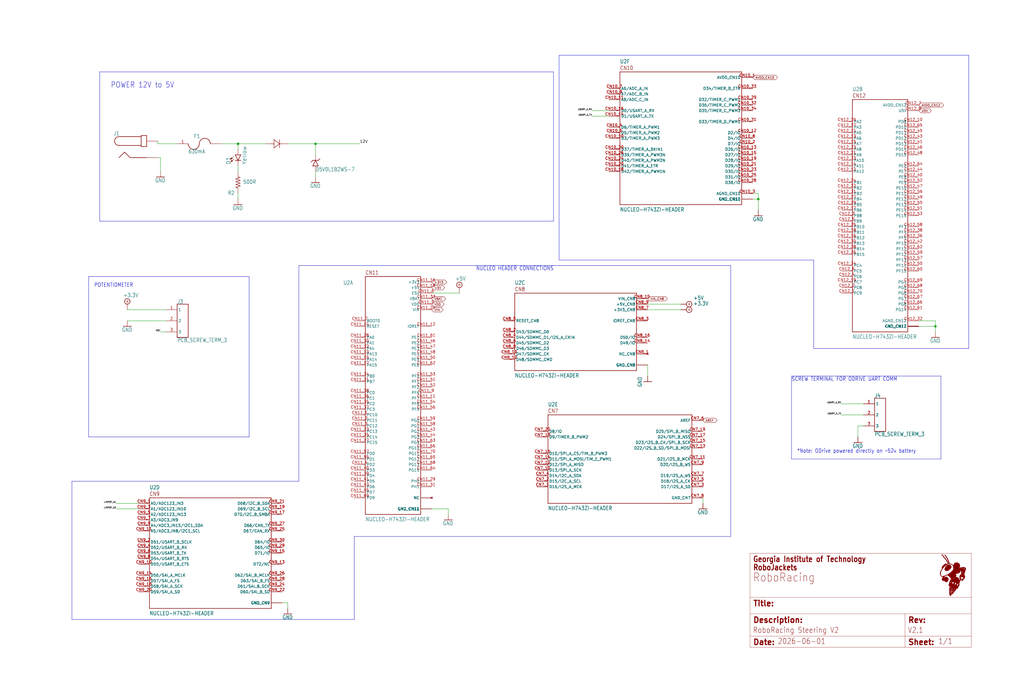
<source format=kicad_sch>
(kicad_sch (version 20230121) (generator eeschema)
  (paper "User" 469.9 317.83)
  (lib_symbols
    (symbol "SteeringV2-eagle-import:+3.3V" (power)
      (property "Value" "+3.3V" (at -1.905 3.175 0))
      (symbol "+3.3V_1_0"
        (pin power_in line (at 0 -2.54 90) (length 2.54) (name "+3.3V") (number "1"))
      )
    )
    (symbol "SteeringV2-eagle-import:+5V" (power)
      (property "Value" "+5V" (at -1.905 3.175 0))
      (symbol "+5V_1_0"
        (pin power_in line (at 0 -2.54 90) (length 2.54) (name "+5V") (number "1"))
      )
    )
    (symbol "SteeringV2-eagle-import:D5V0L1B2WS-7"
      (symbol "D5V0L1B2WS-7_1_0"
        (pin passive line (at 0 -5.08 90) (length 2.54) (name "A") (number "A"))
        (pin passive line (at 0 2.54 270) (length 2.54) (name "C") (number "C"))
      )
    )
    (symbol "SteeringV2-eagle-import:FRAME_11_17"
      (symbol "FRAME_11_17_1_0"
        (text "1" (at 23.9889 277.495 0) (effects (font (size 2.54 2.286))))
        (text "2" (at 71.9667 277.495 0) (effects (font (size 2.54 2.286))))
        (text "3" (at 119.9444 277.495 0) (effects (font (size 2.54 2.286))))
        (text "4" (at 167.9222 277.495 0) (effects (font (size 2.54 2.286))))
        (text "5" (at 215.9 277.495 0) (effects (font (size 2.54 2.286))))
        (text "6" (at 263.8778 277.495 0) (effects (font (size 2.54 2.286))))
        (text "7" (at 311.8556 277.495 0) (effects (font (size 2.54 2.286))))
        (text "8" (at 359.8333 277.495 0) (effects (font (size 2.54 2.286))))
        (text "9" (at 407.8111 277.495 0) (effects (font (size 2.54 2.286))))
        (text "A" (at 1.905 256.1167 0) (effects (font (size 2.54 2.286))))
        (text "A" (at 429.895 256.1167 0) (effects (font (size 2.54 2.286))))
        (text "B" (at 1.905 209.55 0) (effects (font (size 2.54 2.286))))
        (text "B" (at 429.895 209.55 0) (effects (font (size 2.54 2.286))))
        (text "C" (at 1.905 162.9833 0) (effects (font (size 2.54 2.286))))
        (text "C" (at 429.895 162.9833 0) (effects (font (size 2.54 2.286))))
        (text "D" (at 1.905 116.4167 0) (effects (font (size 2.54 2.286))))
        (text "D" (at 429.895 116.4167 0) (effects (font (size 2.54 2.286))))
        (text "E" (at 1.905 69.85 0) (effects (font (size 2.54 2.286))))
        (text "E" (at 429.895 69.85 0) (effects (font (size 2.54 2.286))))
        (text "F" (at 1.905 23.2833 0) (effects (font (size 2.54 2.286))))
        (text "F" (at 429.895 23.2833 0) (effects (font (size 2.54 2.286))))
      )
      (symbol "FRAME_11_17_2_0"
        (text "${#}/${##}" (at 86.36 1.27 0) (effects (font (size 2.54 2.159)) (justify left bottom)))
        (text "${CURRENT_DATE}" (at 12.7 1.27 0) (effects (font (size 2.54 2.159)) (justify left bottom)))
        (text "${PROJECTNAME}" (at 15.24 19.05 0) (effects (font (size 2.54 2.159)) (justify left bottom)))
        (text "${REVISION}" (at 72.39 6.35 0) (effects (font (size 2.54 2.159)) (justify left bottom)))
        (text "${SCH_DESC}" (at 1.27 6.35 0) (effects (font (size 2.54 2.159)) (justify left bottom)))
        (text "${TEAM}" (at 1.27 34.29 0) (effects (font (size 3.81 3.2385)) (justify left top)))
        (text "Date:" (at 1.27 3.81 0) (effects (font (size 2.54 2.54) (thickness 0.508) bold) (justify left top)))
        (text "Description:" (at 1.27 13.97 0) (effects (font (size 2.54 2.54) (thickness 0.508) bold) (justify left top)))
        (text "Georgia Institute of Technology" (at 1.27 41.91 0) (effects (font (size 2.54 2.159) (thickness 0.4318) bold) (justify left top)))
        (text "Rev:" (at 72.39 13.97 0) (effects (font (size 2.54 2.54) (thickness 0.508) bold) (justify left top)))
        (text "RoboJackets" (at 1.27 38.1 0) (effects (font (size 2.54 2.159) (thickness 0.4318) bold) (justify left top)))
        (text "Sheet:" (at 72.39 3.81 0) (effects (font (size 2.54 2.54) (thickness 0.508) bold) (justify left top)))
        (text "Title:" (at 1.27 21.59 0) (effects (font (size 2.54 2.54) (thickness 0.508) bold) (justify left top)))
      )
    )
    (symbol "SteeringV2-eagle-import:GND" (power)
      (property "Value" "GND" (at -2.54 -2.54 0))
      (symbol "GND_1_0"
        (pin power_in line (at 0 2.54 270) (length 2.54) (name "GND") (number "1"))
      )
    )
    (symbol "SteeringV2-eagle-import:LED-YELLOW0603"
      (property "Reference" "D" (at -3.429 -4.572 90))
      (symbol "LED-YELLOW0603_1_0"
        (pin passive line (at 0 2.54 270) (length 2.54) (name "A") (number "A"))
        (pin passive line (at 0 -5.08 90) (length 2.54) (name "C") (number "C"))
      )
    )
    (symbol "SteeringV2-eagle-import:LSM115JE3/TR13"
      (symbol "LSM115JE3/TR13_1_0"
        (pin passive line (at 10.16 0 180) (length 2.54) (name "1") (number "1"))
        (pin passive line (at 0 0 0) (length 2.54) (name "2") (number "2"))
      )
    )
    (symbol "SteeringV2-eagle-import:NUCLEO-H743ZI-HEADER"
      (property "Reference" "U" (at -27.94 34.29 0))
      (symbol "NUCLEO-H743ZI-HEADER_1_0"
        (text "CN11" (at -12.7 54.102 0) (effects (font (size 1.778 1.5113)) (justify left bottom)))
        (pin bidirectional line (at -17.78 -10.16 0) (length 5.08) (name "PC10") (number "CN11_1"))
        (pin no_connect line (at 17.78 -48.26 180) (length 5.08) (name "NC") (number "CN11_10"))
        (pin bidirectional line (at 17.78 -2.54 180) (length 5.08) (name "PF7") (number "CN11_11"))
        (pin bidirectional line (at 17.78 30.48 180) (length 5.08) (name "IOREF") (number "CN11_12"))
        (pin bidirectional line (at -17.78 17.78 0) (length 5.08) (name "PA13") (number "CN11_13"))
        (pin bidirectional line (at -17.78 30.48 0) (length 5.08) (name "RESET") (number "CN11_14"))
        (pin bidirectional line (at -17.78 15.24 0) (length 5.08) (name "PA14") (number "CN11_15"))
        (pin power_in line (at 17.78 50.8 180) (length 5.08) (name "+3V3") (number "CN11_16"))
        (pin bidirectional line (at -17.78 12.7 0) (length 5.08) (name "PA15") (number "CN11_17"))
        (pin power_in line (at 17.78 48.26 180) (length 5.08) (name "+5V") (number "CN11_18"))
        (pin power_in line (at 17.78 -53.34 180) (length 5.08) (name "GND_CN11") (number "CN11_19"))
        (pin bidirectional line (at -17.78 -12.7 0) (length 5.08) (name "PC11") (number "CN11_2"))
        (pin power_in line (at 17.78 -53.34 180) (length 5.08) (name "GND_CN11") (number "CN11_20"))
        (pin bidirectional line (at -17.78 5.08 0) (length 5.08) (name "PB7") (number "CN11_21"))
        (pin power_in line (at 17.78 -53.34 180) (length 5.08) (name "GND_CN11") (number "CN11_22"))
        (pin bidirectional line (at -17.78 -17.78 0) (length 5.08) (name "PC13") (number "CN11_23"))
        (pin power_in line (at 17.78 38.1 180) (length 5.08) (name "VIN") (number "CN11_24"))
        (pin bidirectional line (at -17.78 -20.32 0) (length 5.08) (name "PC14") (number "CN11_25"))
        (pin no_connect line (at 17.78 -48.26 180) (length 5.08) (name "NC") (number "CN11_26"))
        (pin bidirectional line (at -17.78 -22.86 0) (length 5.08) (name "PC15") (number "CN11_27"))
        (pin bidirectional line (at -17.78 25.4 0) (length 5.08) (name "PA0") (number "CN11_28"))
        (pin bidirectional line (at 17.78 -40.64 180) (length 5.08) (name "PH0") (number "CN11_29"))
        (pin bidirectional line (at -17.78 -15.24 0) (length 5.08) (name "PC12") (number "CN11_3"))
        (pin bidirectional line (at -17.78 22.86 0) (length 5.08) (name "PA1") (number "CN11_30"))
        (pin bidirectional line (at 17.78 -43.18 180) (length 5.08) (name "PH1") (number "CN11_31"))
        (pin bidirectional line (at -17.78 20.32 0) (length 5.08) (name "PA4") (number "CN11_32"))
        (pin power_in line (at 17.78 43.18 180) (length 5.08) (name "VBAT") (number "CN11_33"))
        (pin bidirectional line (at -17.78 7.62 0) (length 5.08) (name "PB0") (number "CN11_34"))
        (pin bidirectional line (at -17.78 -5.08 0) (length 5.08) (name "PC2") (number "CN11_35"))
        (pin bidirectional line (at -17.78 -2.54 0) (length 5.08) (name "PC1") (number "CN11_36"))
        (pin bidirectional line (at -17.78 -7.62 0) (length 5.08) (name "PC3") (number "CN11_37"))
        (pin bidirectional line (at -17.78 0 0) (length 5.08) (name "PC0") (number "CN11_38"))
        (pin bidirectional line (at -17.78 -38.1 0) (length 5.08) (name "PD4") (number "CN11_39"))
        (pin bidirectional line (at -17.78 -33.02 0) (length 5.08) (name "PD2") (number "CN11_4"))
        (pin bidirectional line (at -17.78 -35.56 0) (length 5.08) (name "PD3") (number "CN11_40"))
        (pin bidirectional line (at -17.78 -40.64 0) (length 5.08) (name "PD5") (number "CN11_41"))
        (pin bidirectional line (at 17.78 -17.78 180) (length 5.08) (name "PG2") (number "CN11_42"))
        (pin bidirectional line (at -17.78 -43.18 0) (length 5.08) (name "PD6") (number "CN11_43"))
        (pin bidirectional line (at 17.78 -20.32 180) (length 5.08) (name "PG3") (number "CN11_44"))
        (pin bidirectional line (at -17.78 -45.72 0) (length 5.08) (name "PD7") (number "CN11_45"))
        (pin bidirectional line (at 17.78 22.86 180) (length 5.08) (name "PE2") (number "CN11_46"))
        (pin bidirectional line (at 17.78 20.32 180) (length 5.08) (name "PE3") (number "CN11_47"))
        (pin bidirectional line (at 17.78 17.78 180) (length 5.08) (name "PE4") (number "CN11_48"))
        (pin power_in line (at 17.78 -53.34 180) (length 5.08) (name "GND_CN11") (number "CN11_49"))
        (pin power_in line (at 17.78 40.64 180) (length 5.08) (name "VDD") (number "CN11_5"))
        (pin bidirectional line (at 17.78 15.24 180) (length 5.08) (name "PE5") (number "CN11_50"))
        (pin bidirectional line (at 17.78 5.08 180) (length 5.08) (name "PF1") (number "CN11_51"))
        (pin bidirectional line (at 17.78 2.54 180) (length 5.08) (name "PF2") (number "CN11_52"))
        (pin bidirectional line (at 17.78 7.62 180) (length 5.08) (name "PF0") (number "CN11_53"))
        (pin bidirectional line (at 17.78 -5.08 180) (length 5.08) (name "PF8") (number "CN11_54"))
        (pin bidirectional line (at -17.78 -30.48 0) (length 5.08) (name "PD1") (number "CN11_55"))
        (pin bidirectional line (at 17.78 -7.62 180) (length 5.08) (name "PF9") (number "CN11_56"))
        (pin bidirectional line (at -17.78 -27.94 0) (length 5.08) (name "PD0") (number "CN11_57"))
        (pin bidirectional line (at 17.78 -15.24 180) (length 5.08) (name "PG1") (number "CN11_58"))
        (pin bidirectional line (at 17.78 -12.7 180) (length 5.08) (name "PG0") (number "CN11_59"))
        (pin power_in line (at 17.78 45.72 180) (length 5.08) (name "E5V") (number "CN11_6"))
        (pin power_in line (at 17.78 -53.34 180) (length 5.08) (name "GND_CN11") (number "CN11_60"))
        (pin bidirectional line (at 17.78 25.4 180) (length 5.08) (name "PE1") (number "CN11_61"))
        (pin bidirectional line (at 17.78 12.7 180) (length 5.08) (name "PE6") (number "CN11_62"))
        (pin bidirectional line (at 17.78 -22.86 180) (length 5.08) (name "PG9") (number "CN11_63"))
        (pin bidirectional line (at 17.78 -35.56 180) (length 5.08) (name "PG15") (number "CN11_64"))
        (pin bidirectional line (at 17.78 -30.48 180) (length 5.08) (name "PG12") (number "CN11_65"))
        (pin bidirectional line (at 17.78 -25.4 180) (length 5.08) (name "PG10") (number "CN11_66"))
        (pin no_connect line (at 17.78 -48.26 180) (length 5.08) (name "NC") (number "CN11_67"))
        (pin bidirectional line (at 17.78 -33.02 180) (length 5.08) (name "PG13") (number "CN11_68"))
        (pin bidirectional line (at -17.78 -48.26 0) (length 5.08) (name "PD9") (number "CN11_69"))
        (pin bidirectional line (at -17.78 33.02 0) (length 5.08) (name "BOOT0") (number "CN11_7"))
        (pin bidirectional line (at 17.78 -27.94 180) (length 5.08) (name "PG11") (number "CN11_70"))
        (pin power_in line (at 17.78 -53.34 180) (length 5.08) (name "GND_CN11") (number "CN11_71"))
        (pin power_in line (at 17.78 -53.34 180) (length 5.08) (name "GND_CN11") (number "CN11_72"))
        (pin power_in line (at 17.78 -53.34 180) (length 5.08) (name "GND_CN11") (number "CN11_8"))
        (pin bidirectional line (at 17.78 0 180) (length 5.08) (name "PF6") (number "CN11_9"))
      )
      (symbol "NUCLEO-H743ZI-HEADER_2_0"
        (text "CN12" (at -12.7 54.102 0) (effects (font (size 1.778 1.5113)) (justify left bottom)))
        (pin bidirectional line (at -17.78 -35.56 0) (length 5.08) (name "PC9") (number "CN12_1"))
        (pin bidirectional line (at 17.78 43.18 180) (length 5.08) (name "PD8") (number "CN12_10"))
        (pin bidirectional line (at -17.78 38.1 0) (length 5.08) (name "PA5") (number "CN12_11"))
        (pin bidirectional line (at -17.78 20.32 0) (length 5.08) (name "PA12") (number "CN12_12"))
        (pin bidirectional line (at -17.78 35.56 0) (length 5.08) (name "PA6") (number "CN12_13"))
        (pin bidirectional line (at -17.78 22.86 0) (length 5.08) (name "PA11") (number "CN12_14"))
        (pin bidirectional line (at -17.78 33.02 0) (length 5.08) (name "PA7") (number "CN12_15"))
        (pin bidirectional line (at -17.78 -10.16 0) (length 5.08) (name "PB12") (number "CN12_16"))
        (pin bidirectional line (at -17.78 2.54 0) (length 5.08) (name "PB6") (number "CN12_17"))
        (pin bidirectional line (at -17.78 -7.62 0) (length 5.08) (name "PB11") (number "CN12_18"))
        (pin bidirectional line (at -17.78 -30.48 0) (length 5.08) (name "PC7") (number "CN12_19"))
        (pin bidirectional line (at -17.78 -33.02 0) (length 5.08) (name "PC8") (number "CN12_2"))
        (pin power_in line (at 17.78 -50.8 180) (length 5.08) (name "GND_CN12") (number "CN12_20"))
        (pin bidirectional line (at -17.78 27.94 0) (length 5.08) (name "PA9") (number "CN12_21"))
        (pin bidirectional line (at -17.78 12.7 0) (length 5.08) (name "PB2") (number "CN12_22"))
        (pin bidirectional line (at -17.78 30.48 0) (length 5.08) (name "PA8") (number "CN12_23"))
        (pin bidirectional line (at -17.78 15.24 0) (length 5.08) (name "PB1") (number "CN12_24"))
        (pin bidirectional line (at -17.78 -5.08 0) (length 5.08) (name "PB10") (number "CN12_25"))
        (pin bidirectional line (at -17.78 -17.78 0) (length 5.08) (name "PB15") (number "CN12_26"))
        (pin bidirectional line (at -17.78 7.62 0) (length 5.08) (name "PB4") (number "CN12_27"))
        (pin bidirectional line (at -17.78 -15.24 0) (length 5.08) (name "PB14") (number "CN12_28"))
        (pin bidirectional line (at -17.78 5.08 0) (length 5.08) (name "PB5") (number "CN12_29"))
        (pin bidirectional line (at -17.78 0 0) (length 5.08) (name "PB8") (number "CN12_3"))
        (pin bidirectional line (at -17.78 -12.7 0) (length 5.08) (name "PB13") (number "CN12_30"))
        (pin bidirectional line (at -17.78 10.16 0) (length 5.08) (name "PB3") (number "CN12_31"))
        (pin power_in line (at 17.78 -48.26 180) (length 5.08) (name "AGND_CN12") (number "CN12_32"))
        (pin bidirectional line (at -17.78 25.4 0) (length 5.08) (name "PA10") (number "CN12_33"))
        (pin bidirectional line (at -17.78 -22.86 0) (length 5.08) (name "PC4") (number "CN12_34"))
        (pin bidirectional line (at -17.78 43.18 0) (length 5.08) (name "PA2") (number "CN12_35"))
        (pin bidirectional line (at 17.78 -10.16 180) (length 5.08) (name "PF5") (number "CN12_36"))
        (pin bidirectional line (at -17.78 40.64 0) (length 5.08) (name "PA3") (number "CN12_37"))
        (pin bidirectional line (at 17.78 -7.62 180) (length 5.08) (name "PF4") (number "CN12_38"))
        (pin power_in line (at 17.78 -50.8 180) (length 5.08) (name "GND_CN12") (number "CN12_39"))
        (pin bidirectional line (at -17.78 -27.94 0) (length 5.08) (name "PC6") (number "CN12_4"))
        (pin bidirectional line (at 17.78 17.78 180) (length 5.08) (name "PE8") (number "CN12_40"))
        (pin bidirectional line (at 17.78 33.02 180) (length 5.08) (name "PD13") (number "CN12_41"))
        (pin bidirectional line (at 17.78 -12.7 180) (length 5.08) (name "PF10") (number "CN12_42"))
        (pin bidirectional line (at 17.78 35.56 180) (length 5.08) (name "PD12") (number "CN12_43"))
        (pin bidirectional line (at 17.78 20.32 180) (length 5.08) (name "PE7") (number "CN12_44"))
        (pin bidirectional line (at 17.78 38.1 180) (length 5.08) (name "PD11") (number "CN12_45"))
        (pin bidirectional line (at 17.78 30.48 180) (length 5.08) (name "PD14") (number "CN12_46"))
        (pin bidirectional line (at 17.78 12.7 180) (length 5.08) (name "PE10") (number "CN12_47"))
        (pin bidirectional line (at 17.78 27.94 180) (length 5.08) (name "PD15") (number "CN12_48"))
        (pin bidirectional line (at 17.78 7.62 180) (length 5.08) (name "PE12") (number "CN12_49"))
        (pin bidirectional line (at -17.78 -2.54 0) (length 5.08) (name "PB9") (number "CN12_5"))
        (pin bidirectional line (at 17.78 -22.86 180) (length 5.08) (name "PF14") (number "CN12_50"))
        (pin bidirectional line (at 17.78 2.54 180) (length 5.08) (name "PE14") (number "CN12_51"))
        (pin bidirectional line (at 17.78 15.24 180) (length 5.08) (name "PE9") (number "CN12_52"))
        (pin bidirectional line (at 17.78 0 180) (length 5.08) (name "PE15") (number "CN12_53"))
        (pin power_in line (at 17.78 -50.8 180) (length 5.08) (name "GND_CN12") (number "CN12_54"))
        (pin bidirectional line (at 17.78 5.08 180) (length 5.08) (name "PE13") (number "CN12_55"))
        (pin bidirectional line (at 17.78 10.16 180) (length 5.08) (name "PE11") (number "CN12_56"))
        (pin bidirectional line (at 17.78 -20.32 180) (length 5.08) (name "PF13") (number "CN12_57"))
        (pin bidirectional line (at 17.78 -5.08 180) (length 5.08) (name "PF3") (number "CN12_58"))
        (pin bidirectional line (at 17.78 -17.78 180) (length 5.08) (name "PF12") (number "CN12_59"))
        (pin bidirectional line (at -17.78 -25.4 0) (length 5.08) (name "PC5") (number "CN12_6"))
        (pin bidirectional line (at 17.78 -25.4 180) (length 5.08) (name "PF15") (number "CN12_60"))
        (pin bidirectional line (at 17.78 -43.18 180) (length 5.08) (name "PG14") (number "CN12_61"))
        (pin bidirectional line (at 17.78 -15.24 180) (length 5.08) (name "PF11") (number "CN12_62"))
        (pin power_in line (at 17.78 -50.8 180) (length 5.08) (name "GND_CN12") (number "CN12_63"))
        (pin bidirectional line (at 17.78 22.86 180) (length 5.08) (name "PE0") (number "CN12_64"))
        (pin bidirectional line (at 17.78 40.64 180) (length 5.08) (name "PD10") (number "CN12_65"))
        (pin bidirectional line (at 17.78 -40.64 180) (length 5.08) (name "PG8") (number "CN12_66"))
        (pin bidirectional line (at 17.78 -38.1 180) (length 5.08) (name "PG7") (number "CN12_67"))
        (pin bidirectional line (at 17.78 -33.02 180) (length 5.08) (name "PG5") (number "CN12_68"))
        (pin bidirectional line (at 17.78 -30.48 180) (length 5.08) (name "PG4") (number "CN12_69"))
        (pin power_in line (at 17.78 50.8 180) (length 5.08) (name "AVDD_CN12") (number "CN12_7"))
        (pin bidirectional line (at 17.78 -35.56 180) (length 5.08) (name "PG6") (number "CN12_70"))
        (pin power_in line (at 17.78 -50.8 180) (length 5.08) (name "GND_CN12") (number "CN12_71"))
        (pin power_in line (at 17.78 -50.8 180) (length 5.08) (name "GND_CN12") (number "CN12_72"))
        (pin power_in line (at 17.78 48.26 180) (length 5.08) (name "U5V") (number "CN12_8"))
        (pin power_in line (at 17.78 -50.8 180) (length 5.08) (name "GND_CN12") (number "CN12_9"))
      )
      (symbol "NUCLEO-H743ZI-HEADER_3_0"
        (text "CN8" (at -27.94 18.542 0) (effects (font (size 1.778 1.5113)) (justify left bottom)))
        (pin no_connect line (at 33.02 -10.16 180) (length 5.08) (name "NC_CN8") (number "CN8_1"))
        (pin bidirectional line (at -33.02 -10.16 0) (length 5.08) (name "D47/SDMMC_CK") (number "CN8_10"))
        (pin power_in line (at 33.02 -15.24 180) (length 5.08) (name "GND_CN8") (number "CN8_11"))
        (pin bidirectional line (at -33.02 -12.7 0) (length 5.08) (name "D48/SDMMC_CMD") (number "CN8_12"))
        (pin power_in line (at 33.02 -15.24 180) (length 5.08) (name "GND_CN8") (number "CN8_13"))
        (pin bidirectional line (at 33.02 -5.08 180) (length 5.08) (name "D49/IO") (number "CN8_14"))
        (pin power_in line (at 33.02 15.24 180) (length 5.08) (name "VIN_CN8") (number "CN8_15"))
        (pin bidirectional line (at 33.02 -2.54 180) (length 5.08) (name "D50/IO") (number "CN8_16"))
        (pin bidirectional line (at -33.02 0 0) (length 5.08) (name "D43/SDMMC_D0") (number "CN8_2"))
        (pin bidirectional line (at 33.02 5.08 180) (length 5.08) (name "IOREF_CN8") (number "CN8_3"))
        (pin bidirectional line (at -33.02 -2.54 0) (length 5.08) (name "D44/SDMMC_D1/I2S_A_CKIN") (number "CN8_4"))
        (pin bidirectional line (at -33.02 5.08 0) (length 5.08) (name "RESET_CN8") (number "CN8_5"))
        (pin bidirectional line (at -33.02 -5.08 0) (length 5.08) (name "D45/SDMMC_D2") (number "CN8_6"))
        (pin power_in line (at 33.02 10.16 180) (length 5.08) (name "+3V3_CN8") (number "CN8_7"))
        (pin bidirectional line (at -33.02 -7.62 0) (length 5.08) (name "D46/SDMMC_D3") (number "CN8_8"))
        (pin power_in line (at 33.02 12.7 180) (length 5.08) (name "+5V_CN8") (number "CN8_9"))
      )
      (symbol "NUCLEO-H743ZI-HEADER_4_0"
        (text "CN9" (at -27.94 26.162 0) (effects (font (size 1.778 1.5113)) (justify left bottom)))
        (pin input line (at -33.02 22.86 0) (length 5.08) (name "A0/ADC123_IN3") (number "CN9_1"))
        (pin bidirectional line (at -33.02 -5.08 0) (length 5.08) (name "D55/USART_B_CTS") (number "CN9_10"))
        (pin input line (at -33.02 10.16 0) (length 5.08) (name "A5/ADC3_IN8/I2C1_SCL") (number "CN9_11"))
        (pin power_in line (at 33.02 -22.86 180) (length 5.08) (name "GND_CN9") (number "CN9_12"))
        (pin bidirectional line (at 33.02 -5.08 180) (length 5.08) (name "D72/NC") (number "CN9_13"))
        (pin bidirectional line (at -33.02 -10.16 0) (length 5.08) (name "D56/SAI_A_MCLK") (number "CN9_14"))
        (pin bidirectional line (at 33.02 0 180) (length 5.08) (name "D71/IO") (number "CN9_15"))
        (pin bidirectional line (at -33.02 -12.7 0) (length 5.08) (name "D57/SAI_A_FS") (number "CN9_16"))
        (pin bidirectional line (at 33.02 17.78 180) (length 5.08) (name "D70/I2C_B_SMBA") (number "CN9_17"))
        (pin bidirectional line (at -33.02 -15.24 0) (length 5.08) (name "D58/SAI_A_SCK") (number "CN9_18"))
        (pin bidirectional line (at 33.02 20.32 180) (length 5.08) (name "D69/I2C_B_SCL") (number "CN9_19"))
        (pin bidirectional line (at -33.02 5.08 0) (length 5.08) (name "D51/USART_B_SCLK") (number "CN9_2"))
        (pin bidirectional line (at -33.02 -17.78 0) (length 5.08) (name "D59/SAI_A_SD") (number "CN9_20"))
        (pin bidirectional line (at 33.02 22.86 180) (length 5.08) (name "D68/I2C_B_SDA") (number "CN9_21"))
        (pin bidirectional line (at 33.02 -17.78 180) (length 5.08) (name "D60/SAI_B_SD") (number "CN9_22"))
        (pin power_in line (at 33.02 -22.86 180) (length 5.08) (name "GND_CN9") (number "CN9_23"))
        (pin bidirectional line (at 33.02 -15.24 180) (length 5.08) (name "D61/SAI_B_SCK") (number "CN9_24"))
        (pin input line (at 33.02 10.16 180) (length 5.08) (name "D67/CAN_RX") (number "CN9_25"))
        (pin bidirectional line (at 33.02 -10.16 180) (length 5.08) (name "D62/SAI_B_MCLK") (number "CN9_26"))
        (pin output line (at 33.02 12.7 180) (length 5.08) (name "D66/CAN_TX") (number "CN9_27"))
        (pin bidirectional line (at 33.02 -12.7 180) (length 5.08) (name "D63/SAI_B_FS") (number "CN9_28"))
        (pin bidirectional line (at 33.02 2.54 180) (length 5.08) (name "D65/IO") (number "CN9_29"))
        (pin input line (at -33.02 20.32 0) (length 5.08) (name "A1/ADC123_IN10") (number "CN9_3"))
        (pin bidirectional line (at 33.02 5.08 180) (length 5.08) (name "D64/IO") (number "CN9_30"))
        (pin bidirectional line (at -33.02 2.54 0) (length 5.08) (name "D52/USART_B_RX") (number "CN9_4"))
        (pin input line (at -33.02 17.78 0) (length 5.08) (name "A2/ADC123_IN13") (number "CN9_5"))
        (pin bidirectional line (at -33.02 0 0) (length 5.08) (name "D53/USART_B_TX") (number "CN9_6"))
        (pin input line (at -33.02 15.24 0) (length 5.08) (name "A3/ADC3_IN9") (number "CN9_7"))
        (pin bidirectional line (at -33.02 -2.54 0) (length 5.08) (name "D54/USART_B_RTS") (number "CN9_8"))
        (pin input line (at -33.02 12.7 0) (length 5.08) (name "A4/ADC3_IN15/I2C1_SDA") (number "CN9_9"))
      )
      (symbol "NUCLEO-H743ZI-HEADER_5_0"
        (text "CN7" (at -33.02 21.082 0) (effects (font (size 1.778 1.5113)) (justify left bottom)))
        (pin bidirectional line (at -38.1 -12.7 0) (length 5.08) (name "D16/I2S_A_MCK") (number "CN7_1"))
        (pin bidirectional line (at -38.1 -5.08 0) (length 5.08) (name "D13/SPI_A_SCK") (number "CN7_10"))
        (pin bidirectional line (at 38.1 0 180) (length 5.08) (name "D21/I2S_B_MCK") (number "CN7_11"))
        (pin bidirectional line (at -38.1 -2.54 0) (length 5.08) (name "D12/SPI_A_MISO") (number "CN7_12"))
        (pin bidirectional line (at 38.1 5.08 180) (length 5.08) (name "D22/I2S_B_SD/SPI_B_MOSI") (number "CN7_13"))
        (pin bidirectional line (at -38.1 0 0) (length 5.08) (name "D11/SPI_A_MOSI/TIM_E_PWM1") (number "CN7_14"))
        (pin bidirectional line (at 38.1 7.62 180) (length 5.08) (name "D23/I2S_B_CK/SPI_B_SCK") (number "CN7_15"))
        (pin bidirectional line (at -38.1 2.54 0) (length 5.08) (name "D10/SPI_A_CS/TIM_B_PWM3") (number "CN7_16"))
        (pin bidirectional line (at 38.1 10.16 180) (length 5.08) (name "D24/SPI_B_NSS") (number "CN7_17"))
        (pin bidirectional line (at -38.1 10.16 0) (length 5.08) (name "D9/TIMER_B_PWM2") (number "CN7_18"))
        (pin bidirectional line (at 38.1 12.7 180) (length 5.08) (name "D25/SPI_B_MISO") (number "CN7_19"))
        (pin bidirectional line (at -38.1 -10.16 0) (length 5.08) (name "D15/I2C_A_SCL") (number "CN7_2"))
        (pin bidirectional line (at -38.1 12.7 0) (length 5.08) (name "D8/IO") (number "CN7_20"))
        (pin bidirectional line (at 38.1 -12.7 180) (length 5.08) (name "D17/I2S_A_SD") (number "CN7_3"))
        (pin bidirectional line (at -38.1 -7.62 0) (length 5.08) (name "D14/I2C_A_SDA") (number "CN7_4"))
        (pin bidirectional line (at 38.1 -10.16 180) (length 5.08) (name "D18/I2S_A_CK") (number "CN7_5"))
        (pin power_in line (at 38.1 17.78 180) (length 5.08) (name "AREF") (number "CN7_6"))
        (pin bidirectional line (at 38.1 -7.62 180) (length 5.08) (name "D19/I2S_A_WS") (number "CN7_7"))
        (pin power_in line (at 38.1 -17.78 180) (length 5.08) (name "GND_CN7") (number "CN7_8"))
        (pin bidirectional line (at 38.1 -2.54 180) (length 5.08) (name "D20/I2S_B_WS") (number "CN7_9"))
      )
      (symbol "NUCLEO-H743ZI-HEADER_6_0"
        (text "CN10" (at -27.94 31.242 0) (effects (font (size 1.778 1.5113)) (justify left bottom)))
        (pin power_in line (at 33.02 27.94 180) (length 5.08) (name "AVDD_CN10") (number "CN10_1"))
        (pin bidirectional line (at -33.02 0 0) (length 5.08) (name "D3/TIMER_A_PWM3") (number "CN10_10"))
        (pin input line (at -33.02 17.78 0) (length 5.08) (name "A8/ADC_C_IN") (number "CN10_11"))
        (pin bidirectional line (at 33.02 2.54 180) (length 5.08) (name "D2/IO") (number "CN10_12"))
        (pin bidirectional line (at 33.02 -5.08 180) (length 5.08) (name "D26/IO") (number "CN10_13"))
        (pin output line (at -33.02 10.16 0) (length 5.08) (name "D1/USART_A_TX") (number "CN10_14"))
        (pin bidirectional line (at 33.02 -7.62 180) (length 5.08) (name "D27/IO") (number "CN10_15"))
        (pin input line (at -33.02 12.7 0) (length 5.08) (name "D0/USART_A_RX") (number "CN10_16"))
        (pin power_in line (at 33.02 -27.94 180) (length 5.08) (name "GND_CN10") (number "CN10_17"))
        (pin bidirectional line (at -33.02 -15.24 0) (length 5.08) (name "D42/TIMER_A_PWM1N") (number "CN10_18"))
        (pin bidirectional line (at 33.02 -10.16 180) (length 5.08) (name "D28/IO") (number "CN10_19"))
        (pin bidirectional line (at 33.02 -2.54 180) (length 5.08) (name "D7/IO") (number "CN10_2"))
        (pin bidirectional line (at -33.02 -12.7 0) (length 5.08) (name "D41/TIMER_A_ETR") (number "CN10_20"))
        (pin bidirectional line (at 33.02 -12.7 180) (length 5.08) (name "D29/IO") (number "CN10_21"))
        (pin power_in line (at 33.02 -27.94 180) (length 5.08) (name "GND_CN10") (number "CN10_22"))
        (pin bidirectional line (at 33.02 -15.24 180) (length 5.08) (name "D30/IO") (number "CN10_23"))
        (pin bidirectional line (at -33.02 -10.16 0) (length 5.08) (name "D40/TIMER_A_PWM2N") (number "CN10_24"))
        (pin bidirectional line (at 33.02 -17.78 180) (length 5.08) (name "D31/IO") (number "CN10_25"))
        (pin bidirectional line (at -33.02 -7.62 0) (length 5.08) (name "D39/TIMER_A_PWM3N") (number "CN10_26"))
        (pin power_in line (at 33.02 -27.94 180) (length 5.08) (name "GND_CN10") (number "CN10_27"))
        (pin bidirectional line (at 33.02 -20.32 180) (length 5.08) (name "D38/IO") (number "CN10_28"))
        (pin bidirectional line (at 33.02 17.78 180) (length 5.08) (name "D32/TIMER_C_PWM1") (number "CN10_29"))
        (pin power_in line (at 33.02 -25.4 180) (length 5.08) (name "AGND_CN10") (number "CN10_3"))
        (pin bidirectional line (at -33.02 -5.08 0) (length 5.08) (name "D37/TIMER_A_BKIN1") (number "CN10_30"))
        (pin bidirectional line (at 33.02 7.62 180) (length 5.08) (name "D33/TIMER_D_PWM1") (number "CN10_31"))
        (pin bidirectional line (at 33.02 15.24 180) (length 5.08) (name "D36/TIMER_C_PWM2") (number "CN10_32"))
        (pin bidirectional line (at 33.02 22.86 180) (length 5.08) (name "D34/TIMER_B_ETR") (number "CN10_33"))
        (pin bidirectional line (at 33.02 12.7 180) (length 5.08) (name "D35/TIMER_C_PWM3") (number "CN10_34"))
        (pin bidirectional line (at -33.02 5.08 0) (length 5.08) (name "D6/TIMER_A_PWM1") (number "CN10_4"))
        (pin power_in line (at 33.02 -27.94 180) (length 5.08) (name "GND_CN10") (number "CN10_5"))
        (pin bidirectional line (at -33.02 2.54 0) (length 5.08) (name "D5/TIMER_A_PWM2") (number "CN10_6"))
        (pin input line (at -33.02 22.86 0) (length 5.08) (name "A6/ADC_A_IN") (number "CN10_7"))
        (pin bidirectional line (at 33.02 0 180) (length 5.08) (name "D4/IO") (number "CN10_8"))
        (pin input line (at -33.02 20.32 0) (length 5.08) (name "A7/ADC_B_IN") (number "CN10_9"))
      )
    )
    (symbol "SteeringV2-eagle-import:PCB_SCREW_TERM_3"
      (property "Reference" "J" (at -2.54 7.874 0))
      (symbol "PCB_SCREW_TERM_3_1_0"
        (pin passive line (at -7.62 5.08 0) (length 5.08) (name "1") (number "1"))
        (pin passive line (at -7.62 0 0) (length 5.08) (name "2") (number "2"))
        (pin passive line (at -7.62 -5.08 0) (length 5.08) (name "3") (number "3"))
      )
    )
    (symbol "SteeringV2-eagle-import:PJ-037A"
      (property "Reference" "J" (at -10.16 7.62 0))
      (symbol "PJ-037A_1_0"
        (pin bidirectional line (at 10.16 -2.54 180) (length 5.08) (name "2") (number "P$1"))
        (pin bidirectional line (at 10.16 5.08 180) (length 5.08) (name "1") (number "P$2"))
      )
    )
    (symbol "SteeringV2-eagle-import:R-US_R0603"
      (property "Reference" "R" (at -3.81 1.4986 0))
      (symbol "R-US_R0603_1_0"
        (pin passive line (at -5.08 0 0) (length 2.54) (name "1") (number "1"))
        (pin passive line (at 5.08 0 180) (length 2.54) (name "2") (number "2"))
      )
    )
    (symbol "SteeringV2-eagle-import:SMD_FUSE0603"
      (property "Reference" "F" (at -10.16 2.54 0))
      (symbol "SMD_FUSE0603_1_0"
        (pin passive line (at -10.16 0 0) (length 5.08) (name "1") (number "1"))
        (pin passive line (at 10.16 0 180) (length 5.08) (name "2") (number "2"))
      )
    )
  )
  (junction (at 144.78 66.04))
  (junction (at 347.98 91.44))
  (junction (at 429.26 149.86))
  (junction (at 109.22 66.04))
  (wire (pts (xy 429.26 149.86) (xy 429.26 152.4)) (stroke (width 0.1524)))
  (wire (pts (xy 76.2 152.4) (xy 73.66 152.4)) (stroke (width 0.1524)))
  (wire (pts (xy 109.22 76.2) (xy 109.22 78.74)) (stroke (width 0.1524)))
  (polyline (pts (xy 137.16 121.92) (xy 137.16 220.98)) (stroke (width 0.1524) (type solid)))
  (wire (pts (xy 63.5 231.14) (xy 53.34 231.14)) (stroke (width 0.1524)))
  (wire (pts (xy 144.78 78.74) (xy 144.78 81.28)) (stroke (width 0.1524)))
  (wire (pts (xy 345.44 91.44) (xy 347.98 91.44)) (stroke (width 0.1524)))
  (polyline (pts (xy 162.56 246.38) (xy 335.28 246.38)) (stroke (width 0.1524) (type solid)))
  (polyline (pts (xy 431.8 172.72) (xy 363.22 172.72)) (stroke (width 0.1524) (type solid)))
  (wire (pts (xy 279.4 53.34) (xy 271.78 53.34)) (stroke (width 0.1524)))
  (wire (pts (xy 347.98 91.44) (xy 347.98 96.52)) (stroke (width 0.1524)))
  (wire (pts (xy 109.22 66.04) (xy 121.92 66.04)) (stroke (width 0.1524)))
  (wire (pts (xy 198.12 233.68) (xy 205.74 233.68)) (stroke (width 0.1524)))
  (wire (pts (xy 345.44 88.9) (xy 347.98 88.9)) (stroke (width 0.1524)))
  (polyline (pts (xy 33.02 284.48) (xy 162.56 284.48)) (stroke (width 0.1524) (type solid)))
  (wire (pts (xy 144.78 66.04) (xy 144.78 71.12)) (stroke (width 0.1524)))
  (wire (pts (xy 132.08 66.04) (xy 144.78 66.04)) (stroke (width 0.1524)))
  (wire (pts (xy 73.66 72.39) (xy 72.39 72.39)) (stroke (width 0.1524)))
  (wire (pts (xy 393.7 195.58) (xy 396.24 195.58)) (stroke (width 0.1524)))
  (polyline (pts (xy 256.54 25.4) (xy 256.54 119.38)) (stroke (width 0.1524) (type solid)))
  (wire (pts (xy 421.64 149.86) (xy 429.26 149.86)) (stroke (width 0.1524)))
  (wire (pts (xy 101.6 66.04) (xy 109.22 66.04)) (stroke (width 0.1524)))
  (wire (pts (xy 396.24 190.5) (xy 386.08 190.5)) (stroke (width 0.1524)))
  (polyline (pts (xy 335.28 246.38) (xy 335.28 121.92)) (stroke (width 0.1524) (type solid)))
  (wire (pts (xy 421.64 147.32) (xy 429.26 147.32)) (stroke (width 0.1524)))
  (polyline (pts (xy 137.16 220.98) (xy 33.02 220.98)) (stroke (width 0.1524) (type solid)))
  (wire (pts (xy 58.42 142.24) (xy 76.2 142.24)) (stroke (width 0.1524)))
  (polyline (pts (xy 363.22 172.72) (xy 363.22 210.82)) (stroke (width 0.1524) (type solid)))
  (polyline (pts (xy 254 101.6) (xy 45.72 101.6)) (stroke (width 0.1524) (type solid)))
  (polyline (pts (xy 254 33.02) (xy 254 101.6)) (stroke (width 0.1524) (type solid)))
  (polyline (pts (xy 373.38 160.02) (xy 444.5 160.02)) (stroke (width 0.1524) (type solid)))
  (wire (pts (xy 205.74 233.68) (xy 205.74 236.22)) (stroke (width 0.1524)))
  (wire (pts (xy 58.42 147.32) (xy 76.2 147.32)) (stroke (width 0.1524)))
  (polyline (pts (xy 114.3 200.66) (xy 114.3 127)) (stroke (width 0.1524) (type solid)))
  (polyline (pts (xy 444.5 25.4) (xy 256.54 25.4)) (stroke (width 0.1524) (type solid)))
  (wire (pts (xy 129.54 276.86) (xy 132.08 276.86)) (stroke (width 0.1524)))
  (polyline (pts (xy 431.8 210.82) (xy 431.8 172.72)) (stroke (width 0.1524) (type solid)))
  (polyline (pts (xy 444.5 160.02) (xy 444.5 25.4)) (stroke (width 0.1524) (type solid)))
  (polyline (pts (xy 45.72 101.6) (xy 45.72 33.02)) (stroke (width 0.1524) (type solid)))
  (wire (pts (xy 297.18 139.7) (xy 312.42 139.7)) (stroke (width 0.1524)))
  (polyline (pts (xy 363.22 210.82) (xy 431.8 210.82)) (stroke (width 0.1524) (type solid)))
  (wire (pts (xy 322.58 228.6) (xy 322.58 231.14)) (stroke (width 0.1524)))
  (polyline (pts (xy 162.56 284.48) (xy 162.56 246.38)) (stroke (width 0.1524) (type solid)))
  (polyline (pts (xy 335.28 121.92) (xy 137.16 121.92)) (stroke (width 0.1524) (type solid)))
  (wire (pts (xy 429.26 147.32) (xy 429.26 149.86)) (stroke (width 0.1524)))
  (wire (pts (xy 347.98 88.9) (xy 347.98 91.44)) (stroke (width 0.1524)))
  (polyline (pts (xy 33.02 220.98) (xy 33.02 284.48)) (stroke (width 0.1524) (type solid)))
  (wire (pts (xy 279.4 50.8) (xy 271.78 50.8)) (stroke (width 0.1524)))
  (polyline (pts (xy 114.3 127) (xy 40.64 127)) (stroke (width 0.1524) (type solid)))
  (wire (pts (xy 393.7 200.66) (xy 393.7 195.58)) (stroke (width 0.1524)))
  (wire (pts (xy 109.22 88.9) (xy 109.22 91.44)) (stroke (width 0.1524)))
  (wire (pts (xy 297.18 142.24) (xy 312.42 142.24)) (stroke (width 0.1524)))
  (wire (pts (xy 81.28 66.04) (xy 72.39 66.04)) (stroke (width 0.1524)))
  (wire (pts (xy 210.82 134.62) (xy 198.12 134.62)) (stroke (width 0.1524)))
  (polyline (pts (xy 40.64 127) (xy 40.64 200.66)) (stroke (width 0.1524) (type solid)))
  (wire (pts (xy 396.24 185.42) (xy 386.08 185.42)) (stroke (width 0.1524)))
  (wire (pts (xy 73.66 78.74) (xy 73.66 72.39)) (stroke (width 0.1524)))
  (polyline (pts (xy 45.72 33.02) (xy 254 33.02)) (stroke (width 0.1524) (type solid)))
  (wire (pts (xy 63.5 233.68) (xy 53.34 233.68)) (stroke (width 0.1524)))
  (wire (pts (xy 144.78 66.04) (xy 165.1 66.04)) (stroke (width 0.1524)))
  (wire (pts (xy 297.18 167.64) (xy 297.18 172.72)) (stroke (width 0.1524)))
  (wire (pts (xy 109.22 66.04) (xy 109.22 68.58)) (stroke (width 0.1524)))
  (wire (pts (xy 132.08 276.86) (xy 132.08 279.4)) (stroke (width 0.1524)))
  (wire (pts (xy 72.39 66.04) (xy 72.39 64.77)) (stroke (width 0.1524)))
  (polyline (pts (xy 40.64 200.66) (xy 114.3 200.66)) (stroke (width 0.1524) (type solid)))
  (polyline (pts (xy 256.54 119.38) (xy 373.38 119.38)) (stroke (width 0.1524) (type solid)))
  (polyline (pts (xy 373.38 119.38) (xy 373.38 160.02)) (stroke (width 0.1524) (type solid)))
  (text "POWER 12V to 5V" (at 50.8 40.64 0) (effects (font (size 2.54 2.159)) (justify left bottom)))
  (text "SCREW TERMINAL FOR ODRIVE UART COMM" (at 363.22 175.26 0) (effects (font (size 1.778 1.5113)) (justify left bottom)))
  (text "*Note: ODrive powered directly on ~52v battery" (at 365.76 208.28 0) (effects (font (size 1.778 1.5113)) (justify left bottom)))
  (text "NUCLEO HEADER CONNECTIONS" (at 218.44 124.46 0) (effects (font (size 1.778 1.5113)) (justify left bottom)))
  (text "POTENTIOMETER" (at 43.18 132.08 0) (effects (font (size 1.778 1.5113)) (justify left bottom)))
  (label "LINPOT_A1" (at 53.34 231.14 180) (effects (font (size 0.7112 0.7112))))
  (label "USART_A_TX" (at 386.08 190.5 180) (effects (font (size 0.7112 0.7112))))
  (label "12V" (at 165.1 66.04 0))
  (label "USART_A_TX" (at 271.78 53.34 180) (effects (font (size 0.7112 0.7112))))
  (label "USART_A_RX" (at 271.78 50.8 180) (effects (font (size 0.7112 0.7112))))
  (label "LINPOT_A2" (at 53.34 233.68 180) (effects (font (size 0.7112 0.7112))))
  (label "USART_A_RX" (at 386.08 185.42 180) (effects (font (size 0.7112 0.7112))))
  (label "POT" (at 73.66 152.4 180) (effects (font (size 0.7112 0.7112))))
  (global_label "VIN" (shape bidirectional) (at 198.12 142.24 0) (effects (font (size 1.016 1.016))) (property "Intersheetrefs" "${INTERSHEET_REFS}" (effects hide)))
  (global_label "U5V" (shape bidirectional) (at 421.64 50.8 0) (effects (font (size 1.016 1.016))) (property "Intersheetrefs" "${INTERSHEET_REFS}" (effects hide)))
  (global_label "VIN_CN8" (shape bidirectional) (at 297.18 137.16 0) (effects (font (size 1.016 1.016))) (property "Intersheetrefs" "${INTERSHEET_REFS}" (effects hide)))
  (global_label "+3V3" (shape bidirectional) (at 198.12 129.54 0) (effects (font (size 1.016 1.016))) (property "Intersheetrefs" "${INTERSHEET_REFS}" (effects hide)))
  (global_label "AVDD_CN10" (shape bidirectional) (at 345.44 35.56 0) (effects (font (size 1.016 1.016))) (property "Intersheetrefs" "${INTERSHEET_REFS}" (effects hide)))
  (global_label "VBAT" (shape bidirectional) (at 198.12 137.16 0) (effects (font (size 1.016 1.016))) (property "Intersheetrefs" "${INTERSHEET_REFS}" (effects hide)))
  (global_label "AVDD_CN12" (shape bidirectional) (at 421.64 48.26 0) (effects (font (size 1.016 1.016))) (property "Intersheetrefs" "${INTERSHEET_REFS}" (effects hide)))
  (global_label "+5V" (shape bidirectional) (at 198.12 132.08 0) (effects (font (size 1.016 1.016))) (property "Intersheetrefs" "${INTERSHEET_REFS}" (effects hide)))
  (global_label "AREF" (shape bidirectional) (at 322.58 193.04 0) (effects (font (size 1.016 1.016))) (property "Intersheetrefs" "${INTERSHEET_REFS}" (effects hide)))
  (global_label "VDD" (shape bidirectional) (at 198.12 139.7 0) (effects (font (size 1.016 1.016))) (property "Intersheetrefs" "${INTERSHEET_REFS}" (effects hide)))
  (symbol (lib_id "SteeringV2-eagle-import:LED-YELLOW0603") (at 109.22 71.12 0) (unit 1)
    (property "Reference" "D1" (at 105.791 75.692 90) (effects (font (size 1.778 1.778)) (justify left bottom)))
    (property "Value" "Yellow" (at 111.125 75.692 90) (effects (font (size 1.778 1.778)) (justify left top)))
    (property "Footprint" "SteeringV2:LED-0603" (effects hide))
  )
  (symbol (lib_id "SteeringV2-eagle-import:GND") (at 109.22 93.98 0) (unit 1)
    (property "Reference" "#SUPPLY030" (effects hide))
    (property "Value" "GND" (at 106.68 96.52 0) (effects (font (size 1.778 1.5113)) (justify left bottom)))
  )
  (symbol (lib_id "SteeringV2-eagle-import:NUCLEO-H743ZI-HEADER") (at 403.86 99.06 0) (unit 2)
    (property "Reference" "U2" (at 391.16 41.91 0) (effects (font (size 1.778 1.5113)) (justify left bottom)))
    (property "Value" "NUCLEO-H743ZI-HEADER" (at 391.16 153.67 0) (effects (font (size 1.778 1.5113)) (justify left top)))
    (property "Footprint" "SteeringV2:MODULE_NUCLEO-H743ZI" (effects hide))
  )
  (symbol (lib_id "SteeringV2-eagle-import:GND") (at 297.18 175.26 0) (unit 1)
    (property "Reference" "#SUPPLY015" (effects hide))
    (property "Value" "GND" (at 294.64 177.8 90) (effects (font (size 1.778 1.5113)) (justify left bottom)))
  )
  (symbol (lib_id "SteeringV2-eagle-import:GND") (at 322.58 233.68 0) (unit 1)
    (property "Reference" "#SUPPLY09" (effects hide))
    (property "Value" "GND" (at 320.04 236.22 0) (effects (font (size 1.778 1.5113)) (justify left bottom)))
  )
  (symbol (lib_id "SteeringV2-eagle-import:FRAME_11_17") (at 344.17 297.18 0) (unit 2)
    (property "Reference" "#FRAME1" (effects hide))
    (property "Value" "FRAME_11_17" (effects hide))
    (property "REVISION" "V2.1" (effects hide))
    (property "SCH_DESC" "RoboRacing Steering V2" (effects hide))
    (property "TEAM" "RoboRacing" (effects hide))
  )
  (symbol (lib_id "SteeringV2-eagle-import:+3.3V") (at 314.96 142.24 270) (unit 1)
    (property "Reference" "#SUPPLY020" (effects hide))
    (property "Value" "+3.3V" (at 318.135 140.335 90) (effects (font (size 1.778 1.5113)) (justify left bottom)))
  )
  (symbol (lib_id "SteeringV2-eagle-import:GND") (at 205.74 238.76 0) (unit 1)
    (property "Reference" "#SUPPLY016" (effects hide))
    (property "Value" "GND" (at 203.2 241.3 0) (effects (font (size 1.778 1.5113)) (justify left bottom)))
  )
  (symbol (lib_id "SteeringV2-eagle-import:GND") (at 73.66 81.28 0) (unit 1)
    (property "Reference" "#SUPPLY02" (effects hide))
    (property "Value" "GND" (at 71.12 83.82 0) (effects (font (size 1.778 1.5113)) (justify left bottom)))
  )
  (symbol (lib_id "SteeringV2-eagle-import:PCB_SCREW_TERM_3") (at 83.82 147.32 0) (unit 1)
    (property "Reference" "J3" (at 81.28 139.446 0) (effects (font (size 1.778 1.5113)) (justify left bottom)))
    (property "Value" "PCB_SCREW_TERM_3" (at 81.28 155.194 0) (effects (font (size 1.778 1.5113)) (justify left top)))
    (property "Footprint" "SteeringV2:SCREW_TERMINAL_PCB_CONN_3_POLE" (effects hide))
  )
  (symbol (lib_id "SteeringV2-eagle-import:R-US_R0603") (at 109.22 83.82 90) (unit 1)
    (property "Reference" "R2" (at 107.7214 87.63 90) (effects (font (size 1.778 1.5113)) (justify left bottom)))
    (property "Value" "500R" (at 117.602 82.55 90) (effects (font (size 1.778 1.5113)) (justify left bottom)))
    (property "Footprint" "SteeringV2:R0603" (effects hide))
  )
  (symbol (lib_id "SteeringV2-eagle-import:+5V") (at 210.82 132.08 0) (unit 1)
    (property "Reference" "#SUPPLY019" (effects hide))
    (property "Value" "+5V" (at 208.915 128.905 0) (effects (font (size 1.778 1.5113)) (justify left bottom)))
  )
  (symbol (lib_id "SteeringV2-eagle-import:GND") (at 429.26 154.94 0) (unit 1)
    (property "Reference" "#SUPPLY011" (effects hide))
    (property "Value" "GND" (at 426.72 157.48 0) (effects (font (size 1.778 1.5113)) (justify left bottom)))
  )
  (symbol (lib_id "SteeringV2-eagle-import:NUCLEO-H743ZI-HEADER") (at 180.34 180.34 0) (unit 1)
    (property "Reference" "U2" (at 157.48 130.81 0) (effects (font (size 1.778 1.5113)) (justify left bottom)))
    (property "Value" "NUCLEO-H743ZI-HEADER" (at 167.64 237.49 0) (effects (font (size 1.778 1.5113)) (justify left top)))
    (property "Footprint" "SteeringV2:MODULE_NUCLEO-H743ZI" (effects hide))
  )
  (symbol (lib_id "SteeringV2-eagle-import:NUCLEO-H743ZI-HEADER") (at 284.48 210.82 0) (unit 5)
    (property "Reference" "U2" (at 251.46 186.69 0) (effects (font (size 1.778 1.5113)) (justify left bottom)))
    (property "Value" "NUCLEO-H743ZI-HEADER" (at 251.46 232.41 0) (effects (font (size 1.778 1.5113)) (justify left top)))
    (property "Footprint" "SteeringV2:MODULE_NUCLEO-H743ZI" (effects hide))
  )
  (symbol (lib_id "SteeringV2-eagle-import:+3.3V") (at 58.42 139.7 0) (unit 1)
    (property "Reference" "#SUPPLY012" (effects hide))
    (property "Value" "+3.3V" (at 56.515 136.525 0) (effects (font (size 1.778 1.5113)) (justify left bottom)))
  )
  (symbol (lib_id "SteeringV2-eagle-import:GND") (at 393.7 203.2 0) (unit 1)
    (property "Reference" "#SUPPLY010" (effects hide))
    (property "Value" "GND" (at 391.16 205.74 0) (effects (font (size 1.778 1.5113)) (justify left bottom)))
  )
  (symbol (lib_id "SteeringV2-eagle-import:NUCLEO-H743ZI-HEADER") (at 96.52 254 0) (unit 4)
    (property "Reference" "U2" (at 68.58 224.79 0) (effects (font (size 1.778 1.5113)) (justify left bottom)))
    (property "Value" "NUCLEO-H743ZI-HEADER" (at 68.58 280.67 0) (effects (font (size 1.778 1.5113)) (justify left top)))
    (property "Footprint" "SteeringV2:MODULE_NUCLEO-H743ZI" (effects hide))
  )
  (symbol (lib_id "SteeringV2-eagle-import:NUCLEO-H743ZI-HEADER") (at 264.16 152.4 0) (unit 3)
    (property "Reference" "U2" (at 236.22 130.81 0) (effects (font (size 1.778 1.5113)) (justify left bottom)))
    (property "Value" "NUCLEO-H743ZI-HEADER" (at 236.22 171.45 0) (effects (font (size 1.778 1.5113)) (justify left top)))
    (property "Footprint" "SteeringV2:MODULE_NUCLEO-H743ZI" (effects hide))
  )
  (symbol (lib_id "SteeringV2-eagle-import:LSM115JE3/TR13") (at 121.92 66.04 0) (unit 1)
    (property "Reference" "CR1" (effects hide))
    (property "Value" "LSM115JE3/TR13" (effects hide))
    (property "Footprint" "SteeringV2:DO-214BA_MCH" (effects hide))
  )
  (symbol (lib_id "SteeringV2-eagle-import:SMD_FUSE0603") (at 91.44 66.04 0) (unit 1)
    (property "Reference" "F1" (at 88.9 63.5 0) (effects (font (size 1.778 1.5113)) (justify left bottom)))
    (property "Value" "630mA" (at 86.36 68.58 0) (effects (font (size 1.778 1.5113)) (justify left top)))
    (property "Footprint" "SteeringV2:F0603" (effects hide))
  )
  (symbol (lib_id "SteeringV2-eagle-import:PJ-037A") (at 62.23 69.85 0) (unit 1)
    (property "Reference" "J1" (at 52.07 62.23 0) (effects (font (size 1.778 1.5113)) (justify left bottom)))
    (property "Value" "PJ-037A" (effects hide))
    (property "Footprint" "SteeringV2:PJ-037A" (effects hide))
  )
  (symbol (lib_id "SteeringV2-eagle-import:GND") (at 132.08 281.94 0) (unit 1)
    (property "Reference" "#SUPPLY018" (effects hide))
    (property "Value" "GND" (at 129.54 284.48 0) (effects (font (size 1.778 1.5113)) (justify left bottom)))
  )
  (symbol (lib_id "SteeringV2-eagle-import:GND") (at 58.42 149.86 0) (unit 1)
    (property "Reference" "#SUPPLY07" (effects hide))
    (property "Value" "GND" (at 55.88 152.4 0) (effects (font (size 1.778 1.5113)) (justify left bottom)))
  )
  (symbol (lib_id "SteeringV2-eagle-import:GND") (at 144.78 83.82 0) (unit 1)
    (property "Reference" "#SUPPLY05" (effects hide))
    (property "Value" "GND" (at 142.24 86.36 0) (effects (font (size 1.778 1.5113)) (justify left bottom)))
  )
  (symbol (lib_id "SteeringV2-eagle-import:D5V0L1B2WS-7") (at 144.78 73.66 0) (unit 1)
    (property "Reference" "TVS_1" (effects hide))
    (property "Value" "D5V0L1B2WS-7" (at 144.78 78.74 0) (effects (font (size 1.778 1.5113)) (justify left bottom)))
    (property "Footprint" "SteeringV2:SOD-323" (effects hide))
  )
  (symbol (lib_id "SteeringV2-eagle-import:PCB_SCREW_TERM_3") (at 403.86 190.5 0) (unit 1)
    (property "Reference" "J4" (at 401.32 182.626 0) (effects (font (size 1.778 1.5113)) (justify left bottom)))
    (property "Value" "PCB_SCREW_TERM_3" (at 401.32 198.374 0) (effects (font (size 1.778 1.5113)) (justify left top)))
    (property "Footprint" "SteeringV2:SCREW_TERMINAL_PCB_CONN_3_POLE" (effects hide))
  )
  (symbol (lib_id "SteeringV2-eagle-import:NUCLEO-H743ZI-HEADER") (at 312.42 63.5 0) (unit 6)
    (property "Reference" "U2" (at 284.48 29.21 0) (effects (font (size 1.778 1.5113)) (justify left bottom)))
    (property "Value" "NUCLEO-H743ZI-HEADER" (at 284.48 95.25 0) (effects (font (size 1.778 1.5113)) (justify left top)))
    (property "Footprint" "SteeringV2:MODULE_NUCLEO-H743ZI" (effects hide))
  )
  (symbol (lib_id "SteeringV2-eagle-import:GND") (at 347.98 99.06 0) (unit 1)
    (property "Reference" "#SUPPLY04" (effects hide))
    (property "Value" "GND" (at 345.44 101.6 0) (effects (font (size 1.778 1.5113)) (justify left bottom)))
  )
  (symbol (lib_id "SteeringV2-eagle-import:+5V") (at 314.96 139.7 270) (unit 1)
    (property "Reference" "#SUPPLY025" (effects hide))
    (property "Value" "+5V" (at 318.135 137.795 90) (effects (font (size 1.778 1.5113)) (justify left bottom)))
  )
)
</source>
